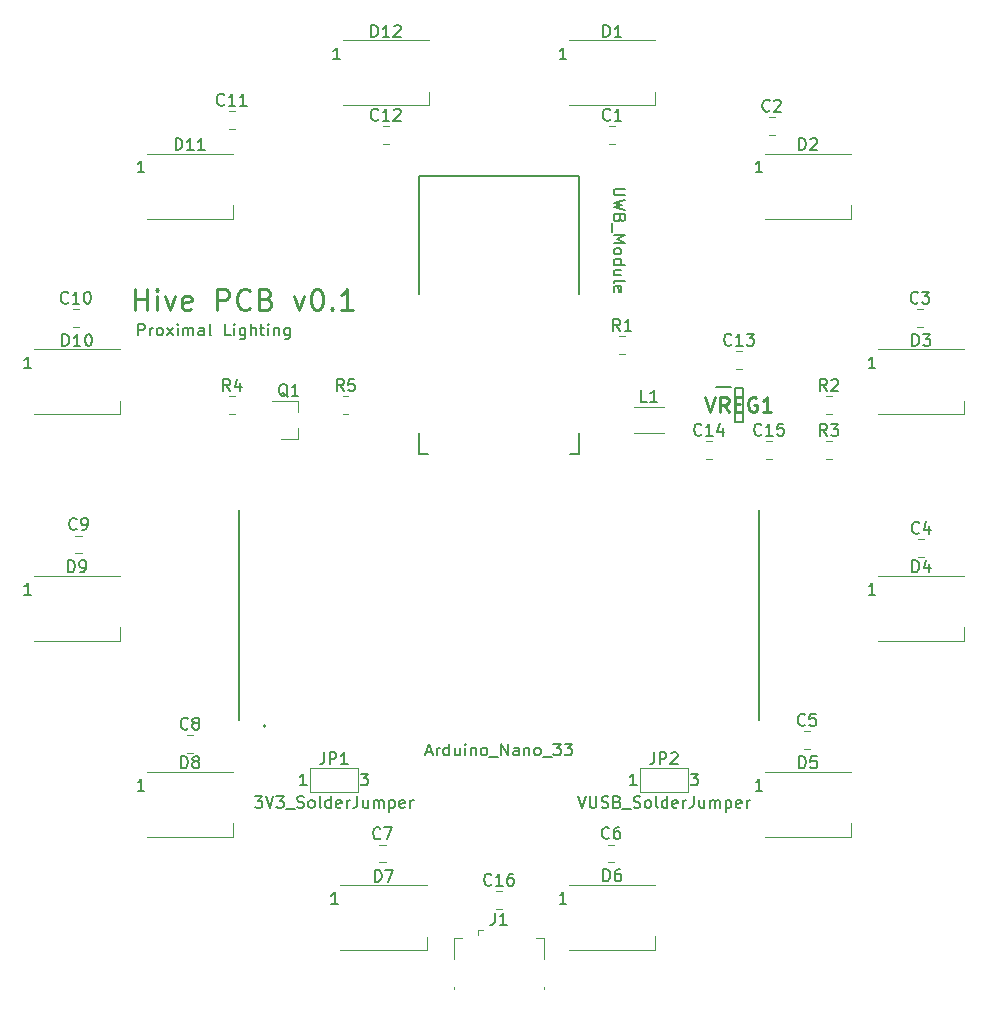
<source format=gbr>
%TF.GenerationSoftware,KiCad,Pcbnew,(5.1.10)-1*%
%TF.CreationDate,2022-01-27T09:42:42-08:00*%
%TF.ProjectId,Hive PCB v0.1,48697665-2050-4434-9220-76302e312e6b,rev?*%
%TF.SameCoordinates,Original*%
%TF.FileFunction,Legend,Top*%
%TF.FilePolarity,Positive*%
%FSLAX46Y46*%
G04 Gerber Fmt 4.6, Leading zero omitted, Abs format (unit mm)*
G04 Created by KiCad (PCBNEW (5.1.10)-1) date 2022-01-27 09:42:42*
%MOMM*%
%LPD*%
G01*
G04 APERTURE LIST*
%ADD10C,0.150000*%
%ADD11C,0.254000*%
%ADD12C,0.120000*%
%ADD13C,0.200000*%
%ADD14C,0.127000*%
G04 APERTURE END LIST*
D10*
X109165238Y-88082380D02*
X109165238Y-87082380D01*
X109546190Y-87082380D01*
X109641428Y-87130000D01*
X109689047Y-87177619D01*
X109736666Y-87272857D01*
X109736666Y-87415714D01*
X109689047Y-87510952D01*
X109641428Y-87558571D01*
X109546190Y-87606190D01*
X109165238Y-87606190D01*
X110165238Y-88082380D02*
X110165238Y-87415714D01*
X110165238Y-87606190D02*
X110212857Y-87510952D01*
X110260476Y-87463333D01*
X110355714Y-87415714D01*
X110450952Y-87415714D01*
X110927142Y-88082380D02*
X110831904Y-88034761D01*
X110784285Y-87987142D01*
X110736666Y-87891904D01*
X110736666Y-87606190D01*
X110784285Y-87510952D01*
X110831904Y-87463333D01*
X110927142Y-87415714D01*
X111070000Y-87415714D01*
X111165238Y-87463333D01*
X111212857Y-87510952D01*
X111260476Y-87606190D01*
X111260476Y-87891904D01*
X111212857Y-87987142D01*
X111165238Y-88034761D01*
X111070000Y-88082380D01*
X110927142Y-88082380D01*
X111593809Y-88082380D02*
X112117619Y-87415714D01*
X111593809Y-87415714D02*
X112117619Y-88082380D01*
X112498571Y-88082380D02*
X112498571Y-87415714D01*
X112498571Y-87082380D02*
X112450952Y-87130000D01*
X112498571Y-87177619D01*
X112546190Y-87130000D01*
X112498571Y-87082380D01*
X112498571Y-87177619D01*
X112974761Y-88082380D02*
X112974761Y-87415714D01*
X112974761Y-87510952D02*
X113022380Y-87463333D01*
X113117619Y-87415714D01*
X113260476Y-87415714D01*
X113355714Y-87463333D01*
X113403333Y-87558571D01*
X113403333Y-88082380D01*
X113403333Y-87558571D02*
X113450952Y-87463333D01*
X113546190Y-87415714D01*
X113689047Y-87415714D01*
X113784285Y-87463333D01*
X113831904Y-87558571D01*
X113831904Y-88082380D01*
X114736666Y-88082380D02*
X114736666Y-87558571D01*
X114689047Y-87463333D01*
X114593809Y-87415714D01*
X114403333Y-87415714D01*
X114308095Y-87463333D01*
X114736666Y-88034761D02*
X114641428Y-88082380D01*
X114403333Y-88082380D01*
X114308095Y-88034761D01*
X114260476Y-87939523D01*
X114260476Y-87844285D01*
X114308095Y-87749047D01*
X114403333Y-87701428D01*
X114641428Y-87701428D01*
X114736666Y-87653809D01*
X115355714Y-88082380D02*
X115260476Y-88034761D01*
X115212857Y-87939523D01*
X115212857Y-87082380D01*
X116974761Y-88082380D02*
X116498571Y-88082380D01*
X116498571Y-87082380D01*
X117308095Y-88082380D02*
X117308095Y-87415714D01*
X117308095Y-87082380D02*
X117260476Y-87130000D01*
X117308095Y-87177619D01*
X117355714Y-87130000D01*
X117308095Y-87082380D01*
X117308095Y-87177619D01*
X118212857Y-87415714D02*
X118212857Y-88225238D01*
X118165238Y-88320476D01*
X118117619Y-88368095D01*
X118022380Y-88415714D01*
X117879523Y-88415714D01*
X117784285Y-88368095D01*
X118212857Y-88034761D02*
X118117619Y-88082380D01*
X117927142Y-88082380D01*
X117831904Y-88034761D01*
X117784285Y-87987142D01*
X117736666Y-87891904D01*
X117736666Y-87606190D01*
X117784285Y-87510952D01*
X117831904Y-87463333D01*
X117927142Y-87415714D01*
X118117619Y-87415714D01*
X118212857Y-87463333D01*
X118689047Y-88082380D02*
X118689047Y-87082380D01*
X119117619Y-88082380D02*
X119117619Y-87558571D01*
X119070000Y-87463333D01*
X118974761Y-87415714D01*
X118831904Y-87415714D01*
X118736666Y-87463333D01*
X118689047Y-87510952D01*
X119450952Y-87415714D02*
X119831904Y-87415714D01*
X119593809Y-87082380D02*
X119593809Y-87939523D01*
X119641428Y-88034761D01*
X119736666Y-88082380D01*
X119831904Y-88082380D01*
X120165238Y-88082380D02*
X120165238Y-87415714D01*
X120165238Y-87082380D02*
X120117619Y-87130000D01*
X120165238Y-87177619D01*
X120212857Y-87130000D01*
X120165238Y-87082380D01*
X120165238Y-87177619D01*
X120641428Y-87415714D02*
X120641428Y-88082380D01*
X120641428Y-87510952D02*
X120689047Y-87463333D01*
X120784285Y-87415714D01*
X120927142Y-87415714D01*
X121022380Y-87463333D01*
X121070000Y-87558571D01*
X121070000Y-88082380D01*
X121974761Y-87415714D02*
X121974761Y-88225238D01*
X121927142Y-88320476D01*
X121879523Y-88368095D01*
X121784285Y-88415714D01*
X121641428Y-88415714D01*
X121546190Y-88368095D01*
X121974761Y-88034761D02*
X121879523Y-88082380D01*
X121689047Y-88082380D01*
X121593809Y-88034761D01*
X121546190Y-87987142D01*
X121498571Y-87891904D01*
X121498571Y-87606190D01*
X121546190Y-87510952D01*
X121593809Y-87463333D01*
X121689047Y-87415714D01*
X121879523Y-87415714D01*
X121974761Y-87463333D01*
D11*
X108923666Y-85894333D02*
X108923666Y-84116333D01*
X108923666Y-84963000D02*
X109939666Y-84963000D01*
X109939666Y-85894333D02*
X109939666Y-84116333D01*
X110786333Y-85894333D02*
X110786333Y-84709000D01*
X110786333Y-84116333D02*
X110701666Y-84201000D01*
X110786333Y-84285666D01*
X110871000Y-84201000D01*
X110786333Y-84116333D01*
X110786333Y-84285666D01*
X111463666Y-84709000D02*
X111887000Y-85894333D01*
X112310333Y-84709000D01*
X113665000Y-85809666D02*
X113495666Y-85894333D01*
X113157000Y-85894333D01*
X112987666Y-85809666D01*
X112903000Y-85640333D01*
X112903000Y-84963000D01*
X112987666Y-84793666D01*
X113157000Y-84709000D01*
X113495666Y-84709000D01*
X113665000Y-84793666D01*
X113749666Y-84963000D01*
X113749666Y-85132333D01*
X112903000Y-85301666D01*
X115866333Y-85894333D02*
X115866333Y-84116333D01*
X116543666Y-84116333D01*
X116713000Y-84201000D01*
X116797666Y-84285666D01*
X116882333Y-84455000D01*
X116882333Y-84709000D01*
X116797666Y-84878333D01*
X116713000Y-84963000D01*
X116543666Y-85047666D01*
X115866333Y-85047666D01*
X118660333Y-85725000D02*
X118575666Y-85809666D01*
X118321666Y-85894333D01*
X118152333Y-85894333D01*
X117898333Y-85809666D01*
X117729000Y-85640333D01*
X117644333Y-85471000D01*
X117559666Y-85132333D01*
X117559666Y-84878333D01*
X117644333Y-84539666D01*
X117729000Y-84370333D01*
X117898333Y-84201000D01*
X118152333Y-84116333D01*
X118321666Y-84116333D01*
X118575666Y-84201000D01*
X118660333Y-84285666D01*
X120015000Y-84963000D02*
X120269000Y-85047666D01*
X120353666Y-85132333D01*
X120438333Y-85301666D01*
X120438333Y-85555666D01*
X120353666Y-85725000D01*
X120269000Y-85809666D01*
X120099666Y-85894333D01*
X119422333Y-85894333D01*
X119422333Y-84116333D01*
X120015000Y-84116333D01*
X120184333Y-84201000D01*
X120269000Y-84285666D01*
X120353666Y-84455000D01*
X120353666Y-84624333D01*
X120269000Y-84793666D01*
X120184333Y-84878333D01*
X120015000Y-84963000D01*
X119422333Y-84963000D01*
X122385666Y-84709000D02*
X122809000Y-85894333D01*
X123232333Y-84709000D01*
X124248333Y-84116333D02*
X124417666Y-84116333D01*
X124587000Y-84201000D01*
X124671666Y-84285666D01*
X124756333Y-84455000D01*
X124841000Y-84793666D01*
X124841000Y-85217000D01*
X124756333Y-85555666D01*
X124671666Y-85725000D01*
X124587000Y-85809666D01*
X124417666Y-85894333D01*
X124248333Y-85894333D01*
X124079000Y-85809666D01*
X123994333Y-85725000D01*
X123909666Y-85555666D01*
X123825000Y-85217000D01*
X123825000Y-84793666D01*
X123909666Y-84455000D01*
X123994333Y-84285666D01*
X124079000Y-84201000D01*
X124248333Y-84116333D01*
X125603000Y-85725000D02*
X125687666Y-85809666D01*
X125603000Y-85894333D01*
X125518333Y-85809666D01*
X125603000Y-85725000D01*
X125603000Y-85894333D01*
X127381000Y-85894333D02*
X126365000Y-85894333D01*
X126873000Y-85894333D02*
X126873000Y-84116333D01*
X126703666Y-84370333D01*
X126534333Y-84539666D01*
X126365000Y-84624333D01*
D10*
%TO.C,UWB_Module*%
X132950000Y-74610000D02*
X132950000Y-84610000D01*
X146450000Y-74610000D02*
X146450000Y-84610000D01*
X132950000Y-74610000D02*
X146450000Y-74610000D01*
X146450000Y-98110000D02*
X146450000Y-96360000D01*
X145700000Y-98110000D02*
X146450000Y-98110000D01*
X132950000Y-98110000D02*
X132950000Y-96360000D01*
X133700000Y-98110000D02*
X132950000Y-98110000D01*
D12*
%TO.C,JP2*%
X151620000Y-124730000D02*
X155720000Y-124730000D01*
X155720000Y-124730000D02*
X155720000Y-126730000D01*
X155720000Y-126730000D02*
X151620000Y-126730000D01*
X151620000Y-126730000D02*
X151620000Y-124730000D01*
%TO.C,JP1*%
X123680000Y-124730000D02*
X127780000Y-124730000D01*
X127780000Y-124730000D02*
X127780000Y-126730000D01*
X127780000Y-126730000D02*
X123680000Y-126730000D01*
X123680000Y-126730000D02*
X123680000Y-124730000D01*
D13*
%TO.C,Arduino_Nano_33*%
X119970000Y-121160000D02*
G75*
G03*
X119970000Y-121160000I-100000J0D01*
G01*
D14*
X117700000Y-102870000D02*
X117700000Y-120650000D01*
X161700000Y-120650000D02*
X161700000Y-102870000D01*
D12*
%TO.C,C1*%
X149015052Y-70385000D02*
X149537556Y-70385000D01*
X149015052Y-71855000D02*
X149537556Y-71855000D01*
%TO.C,C2*%
X162531248Y-69622050D02*
X163053752Y-69622050D01*
X162531248Y-71092050D02*
X163053752Y-71092050D01*
%TO.C,C3*%
X175088003Y-87348696D02*
X175610507Y-87348696D01*
X175088003Y-85878696D02*
X175610507Y-85878696D01*
%TO.C,C4*%
X175178003Y-105361304D02*
X175700507Y-105361304D01*
X175178003Y-106831304D02*
X175700507Y-106831304D01*
%TO.C,C5*%
X165511698Y-123087950D02*
X166034202Y-123087950D01*
X165511698Y-121617950D02*
X166034202Y-121617950D01*
%TO.C,C6*%
X148925052Y-131194255D02*
X149447556Y-131194255D01*
X148925052Y-132664255D02*
X149447556Y-132664255D01*
%TO.C,C7*%
X129577123Y-131231328D02*
X130099627Y-131231328D01*
X129577123Y-132701328D02*
X130099627Y-132701328D01*
%TO.C,C8*%
X113275798Y-123417950D02*
X113798302Y-123417950D01*
X113275798Y-121947950D02*
X113798302Y-121947950D01*
%TO.C,C9*%
X103841993Y-106501304D02*
X104364497Y-106501304D01*
X103841993Y-105031304D02*
X104364497Y-105031304D01*
%TO.C,C10*%
X103609493Y-85878696D02*
X104131997Y-85878696D01*
X103609493Y-87348696D02*
X104131997Y-87348696D01*
%TO.C,C11*%
X116811248Y-70585000D02*
X117333752Y-70585000D01*
X116811248Y-69115000D02*
X117333752Y-69115000D01*
%TO.C,C12*%
X129862444Y-70385000D02*
X130384948Y-70385000D01*
X129862444Y-71855000D02*
X130384948Y-71855000D01*
%TO.C,C13*%
X159758748Y-89435000D02*
X160281252Y-89435000D01*
X159758748Y-90905000D02*
X160281252Y-90905000D01*
%TO.C,C14*%
X157218748Y-97055000D02*
X157741252Y-97055000D01*
X157218748Y-98525000D02*
X157741252Y-98525000D01*
%TO.C,C15*%
X162298748Y-97055000D02*
X162821252Y-97055000D01*
X162298748Y-98525000D02*
X162821252Y-98525000D01*
%TO.C,C16*%
X139438748Y-136625000D02*
X139961252Y-136625000D01*
X139438748Y-135155000D02*
X139961252Y-135155000D01*
%TO.C,D1*%
X152926304Y-68610745D02*
X152926304Y-67460745D01*
X145626304Y-68610745D02*
X152926304Y-68610745D01*
X145626304Y-63110745D02*
X152926304Y-63110745D01*
%TO.C,D2*%
X162212950Y-72687050D02*
X169512950Y-72687050D01*
X162212950Y-78187050D02*
X169512950Y-78187050D01*
X169512950Y-78187050D02*
X169512950Y-77037050D01*
%TO.C,D3*%
X179089255Y-94773696D02*
X179089255Y-93623696D01*
X171789255Y-94773696D02*
X179089255Y-94773696D01*
X171789255Y-89273696D02*
X179089255Y-89273696D01*
%TO.C,D4*%
X171789255Y-108426304D02*
X179089255Y-108426304D01*
X171789255Y-113926304D02*
X179089255Y-113926304D01*
X179089255Y-113926304D02*
X179089255Y-112776304D01*
%TO.C,D5*%
X169512950Y-130512950D02*
X169512950Y-129362950D01*
X162212950Y-130512950D02*
X169512950Y-130512950D01*
X162212950Y-125012950D02*
X169512950Y-125012950D01*
%TO.C,D6*%
X145626304Y-134589255D02*
X152926304Y-134589255D01*
X145626304Y-140089255D02*
X152926304Y-140089255D01*
X152926304Y-140089255D02*
X152926304Y-138939255D01*
%TO.C,D7*%
X126278375Y-134626328D02*
X133578375Y-134626328D01*
X126278375Y-140126328D02*
X133578375Y-140126328D01*
X133578375Y-140126328D02*
X133578375Y-138976328D01*
%TO.C,D8*%
X117187050Y-130512950D02*
X117187050Y-129362950D01*
X109887050Y-130512950D02*
X117187050Y-130512950D01*
X109887050Y-125012950D02*
X117187050Y-125012950D01*
%TO.C,D9*%
X100310745Y-108426304D02*
X107610745Y-108426304D01*
X100310745Y-113926304D02*
X107610745Y-113926304D01*
X107610745Y-113926304D02*
X107610745Y-112776304D01*
%TO.C,D10*%
X100310745Y-89273696D02*
X107610745Y-89273696D01*
X100310745Y-94773696D02*
X107610745Y-94773696D01*
X107610745Y-94773696D02*
X107610745Y-93623696D01*
%TO.C,D11*%
X117187050Y-78187050D02*
X117187050Y-77037050D01*
X109887050Y-78187050D02*
X117187050Y-78187050D01*
X109887050Y-72687050D02*
X117187050Y-72687050D01*
%TO.C,D12*%
X126473696Y-63110745D02*
X133773696Y-63110745D01*
X126473696Y-68610745D02*
X133773696Y-68610745D01*
X133773696Y-68610745D02*
X133773696Y-67460745D01*
%TO.C,J1*%
X137940000Y-138433000D02*
X137940000Y-138823000D01*
X137940000Y-138433000D02*
X138390000Y-138433000D01*
X143510000Y-139133000D02*
X142860000Y-139133000D01*
X143510000Y-140863000D02*
X143510000Y-139133000D01*
X135890000Y-143433000D02*
X135890000Y-143223000D01*
X143510000Y-143433000D02*
X143510000Y-143223000D01*
X135890000Y-140863000D02*
X135890000Y-139133000D01*
X135890000Y-139133000D02*
X136550000Y-139133000D01*
%TO.C,L1*%
X151150000Y-94140000D02*
X153650000Y-94140000D01*
X153650000Y-96360000D02*
X151150000Y-96360000D01*
%TO.C,Q1*%
X122680000Y-96830000D02*
X121220000Y-96830000D01*
X122680000Y-93670000D02*
X120520000Y-93670000D01*
X122680000Y-93670000D02*
X122680000Y-94600000D01*
X122680000Y-96830000D02*
X122680000Y-95900000D01*
%TO.C,R1*%
X149902936Y-89635000D02*
X150357064Y-89635000D01*
X149902936Y-88165000D02*
X150357064Y-88165000D01*
%TO.C,R2*%
X167412936Y-93245000D02*
X167867064Y-93245000D01*
X167412936Y-94715000D02*
X167867064Y-94715000D01*
%TO.C,R3*%
X167412936Y-98525000D02*
X167867064Y-98525000D01*
X167412936Y-97055000D02*
X167867064Y-97055000D01*
%TO.C,R4*%
X116882936Y-94715000D02*
X117337064Y-94715000D01*
X116882936Y-93245000D02*
X117337064Y-93245000D01*
%TO.C,R5*%
X126502936Y-93245000D02*
X126957064Y-93245000D01*
X126502936Y-94715000D02*
X126957064Y-94715000D01*
D13*
%TO.C,VREG1*%
X159670000Y-92505000D02*
X160370000Y-92505000D01*
X160370000Y-92505000D02*
X160370000Y-95455000D01*
X160370000Y-95455000D02*
X159670000Y-95455000D01*
X159670000Y-95455000D02*
X159670000Y-92505000D01*
X158120000Y-92480000D02*
X159320000Y-92480000D01*
%TO.C,UWB_Module*%
D10*
X150407619Y-75652857D02*
X149598095Y-75652857D01*
X149502857Y-75700476D01*
X149455238Y-75748095D01*
X149407619Y-75843333D01*
X149407619Y-76033809D01*
X149455238Y-76129047D01*
X149502857Y-76176666D01*
X149598095Y-76224285D01*
X150407619Y-76224285D01*
X150407619Y-76605238D02*
X149407619Y-76843333D01*
X150121904Y-77033809D01*
X149407619Y-77224285D01*
X150407619Y-77462380D01*
X149931428Y-78176666D02*
X149883809Y-78319523D01*
X149836190Y-78367142D01*
X149740952Y-78414761D01*
X149598095Y-78414761D01*
X149502857Y-78367142D01*
X149455238Y-78319523D01*
X149407619Y-78224285D01*
X149407619Y-77843333D01*
X150407619Y-77843333D01*
X150407619Y-78176666D01*
X150360000Y-78271904D01*
X150312380Y-78319523D01*
X150217142Y-78367142D01*
X150121904Y-78367142D01*
X150026666Y-78319523D01*
X149979047Y-78271904D01*
X149931428Y-78176666D01*
X149931428Y-77843333D01*
X149312380Y-78605238D02*
X149312380Y-79367142D01*
X149407619Y-79605238D02*
X150407619Y-79605238D01*
X149693333Y-79938571D01*
X150407619Y-80271904D01*
X149407619Y-80271904D01*
X149407619Y-80890952D02*
X149455238Y-80795714D01*
X149502857Y-80748095D01*
X149598095Y-80700476D01*
X149883809Y-80700476D01*
X149979047Y-80748095D01*
X150026666Y-80795714D01*
X150074285Y-80890952D01*
X150074285Y-81033809D01*
X150026666Y-81129047D01*
X149979047Y-81176666D01*
X149883809Y-81224285D01*
X149598095Y-81224285D01*
X149502857Y-81176666D01*
X149455238Y-81129047D01*
X149407619Y-81033809D01*
X149407619Y-80890952D01*
X149407619Y-82081428D02*
X150407619Y-82081428D01*
X149455238Y-82081428D02*
X149407619Y-81986190D01*
X149407619Y-81795714D01*
X149455238Y-81700476D01*
X149502857Y-81652857D01*
X149598095Y-81605238D01*
X149883809Y-81605238D01*
X149979047Y-81652857D01*
X150026666Y-81700476D01*
X150074285Y-81795714D01*
X150074285Y-81986190D01*
X150026666Y-82081428D01*
X150074285Y-82986190D02*
X149407619Y-82986190D01*
X150074285Y-82557619D02*
X149550476Y-82557619D01*
X149455238Y-82605238D01*
X149407619Y-82700476D01*
X149407619Y-82843333D01*
X149455238Y-82938571D01*
X149502857Y-82986190D01*
X149407619Y-83605238D02*
X149455238Y-83510000D01*
X149550476Y-83462380D01*
X150407619Y-83462380D01*
X149455238Y-84367142D02*
X149407619Y-84271904D01*
X149407619Y-84081428D01*
X149455238Y-83986190D01*
X149550476Y-83938571D01*
X149931428Y-83938571D01*
X150026666Y-83986190D01*
X150074285Y-84081428D01*
X150074285Y-84271904D01*
X150026666Y-84367142D01*
X149931428Y-84414761D01*
X149836190Y-84414761D01*
X149740952Y-83938571D01*
%TO.C,JP2*%
X152836666Y-123382380D02*
X152836666Y-124096666D01*
X152789047Y-124239523D01*
X152693809Y-124334761D01*
X152550952Y-124382380D01*
X152455714Y-124382380D01*
X153312857Y-124382380D02*
X153312857Y-123382380D01*
X153693809Y-123382380D01*
X153789047Y-123430000D01*
X153836666Y-123477619D01*
X153884285Y-123572857D01*
X153884285Y-123715714D01*
X153836666Y-123810952D01*
X153789047Y-123858571D01*
X153693809Y-123906190D01*
X153312857Y-123906190D01*
X154265238Y-123477619D02*
X154312857Y-123430000D01*
X154408095Y-123382380D01*
X154646190Y-123382380D01*
X154741428Y-123430000D01*
X154789047Y-123477619D01*
X154836666Y-123572857D01*
X154836666Y-123668095D01*
X154789047Y-123810952D01*
X154217619Y-124382380D01*
X154836666Y-124382380D01*
X146384285Y-127082380D02*
X146717619Y-128082380D01*
X147050952Y-127082380D01*
X147384285Y-127082380D02*
X147384285Y-127891904D01*
X147431904Y-127987142D01*
X147479523Y-128034761D01*
X147574761Y-128082380D01*
X147765238Y-128082380D01*
X147860476Y-128034761D01*
X147908095Y-127987142D01*
X147955714Y-127891904D01*
X147955714Y-127082380D01*
X148384285Y-128034761D02*
X148527142Y-128082380D01*
X148765238Y-128082380D01*
X148860476Y-128034761D01*
X148908095Y-127987142D01*
X148955714Y-127891904D01*
X148955714Y-127796666D01*
X148908095Y-127701428D01*
X148860476Y-127653809D01*
X148765238Y-127606190D01*
X148574761Y-127558571D01*
X148479523Y-127510952D01*
X148431904Y-127463333D01*
X148384285Y-127368095D01*
X148384285Y-127272857D01*
X148431904Y-127177619D01*
X148479523Y-127130000D01*
X148574761Y-127082380D01*
X148812857Y-127082380D01*
X148955714Y-127130000D01*
X149717619Y-127558571D02*
X149860476Y-127606190D01*
X149908095Y-127653809D01*
X149955714Y-127749047D01*
X149955714Y-127891904D01*
X149908095Y-127987142D01*
X149860476Y-128034761D01*
X149765238Y-128082380D01*
X149384285Y-128082380D01*
X149384285Y-127082380D01*
X149717619Y-127082380D01*
X149812857Y-127130000D01*
X149860476Y-127177619D01*
X149908095Y-127272857D01*
X149908095Y-127368095D01*
X149860476Y-127463333D01*
X149812857Y-127510952D01*
X149717619Y-127558571D01*
X149384285Y-127558571D01*
X150146190Y-128177619D02*
X150908095Y-128177619D01*
X151098571Y-128034761D02*
X151241428Y-128082380D01*
X151479523Y-128082380D01*
X151574761Y-128034761D01*
X151622380Y-127987142D01*
X151670000Y-127891904D01*
X151670000Y-127796666D01*
X151622380Y-127701428D01*
X151574761Y-127653809D01*
X151479523Y-127606190D01*
X151289047Y-127558571D01*
X151193809Y-127510952D01*
X151146190Y-127463333D01*
X151098571Y-127368095D01*
X151098571Y-127272857D01*
X151146190Y-127177619D01*
X151193809Y-127130000D01*
X151289047Y-127082380D01*
X151527142Y-127082380D01*
X151670000Y-127130000D01*
X152241428Y-128082380D02*
X152146190Y-128034761D01*
X152098571Y-127987142D01*
X152050952Y-127891904D01*
X152050952Y-127606190D01*
X152098571Y-127510952D01*
X152146190Y-127463333D01*
X152241428Y-127415714D01*
X152384285Y-127415714D01*
X152479523Y-127463333D01*
X152527142Y-127510952D01*
X152574761Y-127606190D01*
X152574761Y-127891904D01*
X152527142Y-127987142D01*
X152479523Y-128034761D01*
X152384285Y-128082380D01*
X152241428Y-128082380D01*
X153146190Y-128082380D02*
X153050952Y-128034761D01*
X153003333Y-127939523D01*
X153003333Y-127082380D01*
X153955714Y-128082380D02*
X153955714Y-127082380D01*
X153955714Y-128034761D02*
X153860476Y-128082380D01*
X153670000Y-128082380D01*
X153574761Y-128034761D01*
X153527142Y-127987142D01*
X153479523Y-127891904D01*
X153479523Y-127606190D01*
X153527142Y-127510952D01*
X153574761Y-127463333D01*
X153670000Y-127415714D01*
X153860476Y-127415714D01*
X153955714Y-127463333D01*
X154812857Y-128034761D02*
X154717619Y-128082380D01*
X154527142Y-128082380D01*
X154431904Y-128034761D01*
X154384285Y-127939523D01*
X154384285Y-127558571D01*
X154431904Y-127463333D01*
X154527142Y-127415714D01*
X154717619Y-127415714D01*
X154812857Y-127463333D01*
X154860476Y-127558571D01*
X154860476Y-127653809D01*
X154384285Y-127749047D01*
X155289047Y-128082380D02*
X155289047Y-127415714D01*
X155289047Y-127606190D02*
X155336666Y-127510952D01*
X155384285Y-127463333D01*
X155479523Y-127415714D01*
X155574761Y-127415714D01*
X156193809Y-127082380D02*
X156193809Y-127796666D01*
X156146190Y-127939523D01*
X156050952Y-128034761D01*
X155908095Y-128082380D01*
X155812857Y-128082380D01*
X157098571Y-127415714D02*
X157098571Y-128082380D01*
X156670000Y-127415714D02*
X156670000Y-127939523D01*
X156717619Y-128034761D01*
X156812857Y-128082380D01*
X156955714Y-128082380D01*
X157050952Y-128034761D01*
X157098571Y-127987142D01*
X157574761Y-128082380D02*
X157574761Y-127415714D01*
X157574761Y-127510952D02*
X157622380Y-127463333D01*
X157717619Y-127415714D01*
X157860476Y-127415714D01*
X157955714Y-127463333D01*
X158003333Y-127558571D01*
X158003333Y-128082380D01*
X158003333Y-127558571D02*
X158050952Y-127463333D01*
X158146190Y-127415714D01*
X158289047Y-127415714D01*
X158384285Y-127463333D01*
X158431904Y-127558571D01*
X158431904Y-128082380D01*
X158908095Y-127415714D02*
X158908095Y-128415714D01*
X158908095Y-127463333D02*
X159003333Y-127415714D01*
X159193809Y-127415714D01*
X159289047Y-127463333D01*
X159336666Y-127510952D01*
X159384285Y-127606190D01*
X159384285Y-127891904D01*
X159336666Y-127987142D01*
X159289047Y-128034761D01*
X159193809Y-128082380D01*
X159003333Y-128082380D01*
X158908095Y-128034761D01*
X160193809Y-128034761D02*
X160098571Y-128082380D01*
X159908095Y-128082380D01*
X159812857Y-128034761D01*
X159765238Y-127939523D01*
X159765238Y-127558571D01*
X159812857Y-127463333D01*
X159908095Y-127415714D01*
X160098571Y-127415714D01*
X160193809Y-127463333D01*
X160241428Y-127558571D01*
X160241428Y-127653809D01*
X159765238Y-127749047D01*
X160670000Y-128082380D02*
X160670000Y-127415714D01*
X160670000Y-127606190D02*
X160717619Y-127510952D01*
X160765238Y-127463333D01*
X160860476Y-127415714D01*
X160955714Y-127415714D01*
X151355714Y-126182380D02*
X150784285Y-126182380D01*
X151070000Y-126182380D02*
X151070000Y-125182380D01*
X150974761Y-125325238D01*
X150879523Y-125420476D01*
X150784285Y-125468095D01*
X155936666Y-125182380D02*
X156555714Y-125182380D01*
X156222380Y-125563333D01*
X156365238Y-125563333D01*
X156460476Y-125610952D01*
X156508095Y-125658571D01*
X156555714Y-125753809D01*
X156555714Y-125991904D01*
X156508095Y-126087142D01*
X156460476Y-126134761D01*
X156365238Y-126182380D01*
X156079523Y-126182380D01*
X155984285Y-126134761D01*
X155936666Y-126087142D01*
%TO.C,JP1*%
X124896666Y-123382380D02*
X124896666Y-124096666D01*
X124849047Y-124239523D01*
X124753809Y-124334761D01*
X124610952Y-124382380D01*
X124515714Y-124382380D01*
X125372857Y-124382380D02*
X125372857Y-123382380D01*
X125753809Y-123382380D01*
X125849047Y-123430000D01*
X125896666Y-123477619D01*
X125944285Y-123572857D01*
X125944285Y-123715714D01*
X125896666Y-123810952D01*
X125849047Y-123858571D01*
X125753809Y-123906190D01*
X125372857Y-123906190D01*
X126896666Y-124382380D02*
X126325238Y-124382380D01*
X126610952Y-124382380D02*
X126610952Y-123382380D01*
X126515714Y-123525238D01*
X126420476Y-123620476D01*
X126325238Y-123668095D01*
X119039523Y-127082380D02*
X119658571Y-127082380D01*
X119325238Y-127463333D01*
X119468095Y-127463333D01*
X119563333Y-127510952D01*
X119610952Y-127558571D01*
X119658571Y-127653809D01*
X119658571Y-127891904D01*
X119610952Y-127987142D01*
X119563333Y-128034761D01*
X119468095Y-128082380D01*
X119182380Y-128082380D01*
X119087142Y-128034761D01*
X119039523Y-127987142D01*
X119944285Y-127082380D02*
X120277619Y-128082380D01*
X120610952Y-127082380D01*
X120849047Y-127082380D02*
X121468095Y-127082380D01*
X121134761Y-127463333D01*
X121277619Y-127463333D01*
X121372857Y-127510952D01*
X121420476Y-127558571D01*
X121468095Y-127653809D01*
X121468095Y-127891904D01*
X121420476Y-127987142D01*
X121372857Y-128034761D01*
X121277619Y-128082380D01*
X120991904Y-128082380D01*
X120896666Y-128034761D01*
X120849047Y-127987142D01*
X121658571Y-128177619D02*
X122420476Y-128177619D01*
X122610952Y-128034761D02*
X122753809Y-128082380D01*
X122991904Y-128082380D01*
X123087142Y-128034761D01*
X123134761Y-127987142D01*
X123182380Y-127891904D01*
X123182380Y-127796666D01*
X123134761Y-127701428D01*
X123087142Y-127653809D01*
X122991904Y-127606190D01*
X122801428Y-127558571D01*
X122706190Y-127510952D01*
X122658571Y-127463333D01*
X122610952Y-127368095D01*
X122610952Y-127272857D01*
X122658571Y-127177619D01*
X122706190Y-127130000D01*
X122801428Y-127082380D01*
X123039523Y-127082380D01*
X123182380Y-127130000D01*
X123753809Y-128082380D02*
X123658571Y-128034761D01*
X123610952Y-127987142D01*
X123563333Y-127891904D01*
X123563333Y-127606190D01*
X123610952Y-127510952D01*
X123658571Y-127463333D01*
X123753809Y-127415714D01*
X123896666Y-127415714D01*
X123991904Y-127463333D01*
X124039523Y-127510952D01*
X124087142Y-127606190D01*
X124087142Y-127891904D01*
X124039523Y-127987142D01*
X123991904Y-128034761D01*
X123896666Y-128082380D01*
X123753809Y-128082380D01*
X124658571Y-128082380D02*
X124563333Y-128034761D01*
X124515714Y-127939523D01*
X124515714Y-127082380D01*
X125468095Y-128082380D02*
X125468095Y-127082380D01*
X125468095Y-128034761D02*
X125372857Y-128082380D01*
X125182380Y-128082380D01*
X125087142Y-128034761D01*
X125039523Y-127987142D01*
X124991904Y-127891904D01*
X124991904Y-127606190D01*
X125039523Y-127510952D01*
X125087142Y-127463333D01*
X125182380Y-127415714D01*
X125372857Y-127415714D01*
X125468095Y-127463333D01*
X126325238Y-128034761D02*
X126230000Y-128082380D01*
X126039523Y-128082380D01*
X125944285Y-128034761D01*
X125896666Y-127939523D01*
X125896666Y-127558571D01*
X125944285Y-127463333D01*
X126039523Y-127415714D01*
X126230000Y-127415714D01*
X126325238Y-127463333D01*
X126372857Y-127558571D01*
X126372857Y-127653809D01*
X125896666Y-127749047D01*
X126801428Y-128082380D02*
X126801428Y-127415714D01*
X126801428Y-127606190D02*
X126849047Y-127510952D01*
X126896666Y-127463333D01*
X126991904Y-127415714D01*
X127087142Y-127415714D01*
X127706190Y-127082380D02*
X127706190Y-127796666D01*
X127658571Y-127939523D01*
X127563333Y-128034761D01*
X127420476Y-128082380D01*
X127325238Y-128082380D01*
X128610952Y-127415714D02*
X128610952Y-128082380D01*
X128182380Y-127415714D02*
X128182380Y-127939523D01*
X128230000Y-128034761D01*
X128325238Y-128082380D01*
X128468095Y-128082380D01*
X128563333Y-128034761D01*
X128610952Y-127987142D01*
X129087142Y-128082380D02*
X129087142Y-127415714D01*
X129087142Y-127510952D02*
X129134761Y-127463333D01*
X129230000Y-127415714D01*
X129372857Y-127415714D01*
X129468095Y-127463333D01*
X129515714Y-127558571D01*
X129515714Y-128082380D01*
X129515714Y-127558571D02*
X129563333Y-127463333D01*
X129658571Y-127415714D01*
X129801428Y-127415714D01*
X129896666Y-127463333D01*
X129944285Y-127558571D01*
X129944285Y-128082380D01*
X130420476Y-127415714D02*
X130420476Y-128415714D01*
X130420476Y-127463333D02*
X130515714Y-127415714D01*
X130706190Y-127415714D01*
X130801428Y-127463333D01*
X130849047Y-127510952D01*
X130896666Y-127606190D01*
X130896666Y-127891904D01*
X130849047Y-127987142D01*
X130801428Y-128034761D01*
X130706190Y-128082380D01*
X130515714Y-128082380D01*
X130420476Y-128034761D01*
X131706190Y-128034761D02*
X131610952Y-128082380D01*
X131420476Y-128082380D01*
X131325238Y-128034761D01*
X131277619Y-127939523D01*
X131277619Y-127558571D01*
X131325238Y-127463333D01*
X131420476Y-127415714D01*
X131610952Y-127415714D01*
X131706190Y-127463333D01*
X131753809Y-127558571D01*
X131753809Y-127653809D01*
X131277619Y-127749047D01*
X132182380Y-128082380D02*
X132182380Y-127415714D01*
X132182380Y-127606190D02*
X132230000Y-127510952D01*
X132277619Y-127463333D01*
X132372857Y-127415714D01*
X132468095Y-127415714D01*
X123415714Y-126182380D02*
X122844285Y-126182380D01*
X123130000Y-126182380D02*
X123130000Y-125182380D01*
X123034761Y-125325238D01*
X122939523Y-125420476D01*
X122844285Y-125468095D01*
X127996666Y-125182380D02*
X128615714Y-125182380D01*
X128282380Y-125563333D01*
X128425238Y-125563333D01*
X128520476Y-125610952D01*
X128568095Y-125658571D01*
X128615714Y-125753809D01*
X128615714Y-125991904D01*
X128568095Y-126087142D01*
X128520476Y-126134761D01*
X128425238Y-126182380D01*
X128139523Y-126182380D01*
X128044285Y-126134761D01*
X127996666Y-126087142D01*
%TO.C,Arduino_Nano_33*%
X133509523Y-123356666D02*
X133985714Y-123356666D01*
X133414285Y-123642380D02*
X133747619Y-122642380D01*
X134080952Y-123642380D01*
X134414285Y-123642380D02*
X134414285Y-122975714D01*
X134414285Y-123166190D02*
X134461904Y-123070952D01*
X134509523Y-123023333D01*
X134604761Y-122975714D01*
X134700000Y-122975714D01*
X135461904Y-123642380D02*
X135461904Y-122642380D01*
X135461904Y-123594761D02*
X135366666Y-123642380D01*
X135176190Y-123642380D01*
X135080952Y-123594761D01*
X135033333Y-123547142D01*
X134985714Y-123451904D01*
X134985714Y-123166190D01*
X135033333Y-123070952D01*
X135080952Y-123023333D01*
X135176190Y-122975714D01*
X135366666Y-122975714D01*
X135461904Y-123023333D01*
X136366666Y-122975714D02*
X136366666Y-123642380D01*
X135938095Y-122975714D02*
X135938095Y-123499523D01*
X135985714Y-123594761D01*
X136080952Y-123642380D01*
X136223809Y-123642380D01*
X136319047Y-123594761D01*
X136366666Y-123547142D01*
X136842857Y-123642380D02*
X136842857Y-122975714D01*
X136842857Y-122642380D02*
X136795238Y-122690000D01*
X136842857Y-122737619D01*
X136890476Y-122690000D01*
X136842857Y-122642380D01*
X136842857Y-122737619D01*
X137319047Y-122975714D02*
X137319047Y-123642380D01*
X137319047Y-123070952D02*
X137366666Y-123023333D01*
X137461904Y-122975714D01*
X137604761Y-122975714D01*
X137700000Y-123023333D01*
X137747619Y-123118571D01*
X137747619Y-123642380D01*
X138366666Y-123642380D02*
X138271428Y-123594761D01*
X138223809Y-123547142D01*
X138176190Y-123451904D01*
X138176190Y-123166190D01*
X138223809Y-123070952D01*
X138271428Y-123023333D01*
X138366666Y-122975714D01*
X138509523Y-122975714D01*
X138604761Y-123023333D01*
X138652380Y-123070952D01*
X138700000Y-123166190D01*
X138700000Y-123451904D01*
X138652380Y-123547142D01*
X138604761Y-123594761D01*
X138509523Y-123642380D01*
X138366666Y-123642380D01*
X138890476Y-123737619D02*
X139652380Y-123737619D01*
X139890476Y-123642380D02*
X139890476Y-122642380D01*
X140461904Y-123642380D01*
X140461904Y-122642380D01*
X141366666Y-123642380D02*
X141366666Y-123118571D01*
X141319047Y-123023333D01*
X141223809Y-122975714D01*
X141033333Y-122975714D01*
X140938095Y-123023333D01*
X141366666Y-123594761D02*
X141271428Y-123642380D01*
X141033333Y-123642380D01*
X140938095Y-123594761D01*
X140890476Y-123499523D01*
X140890476Y-123404285D01*
X140938095Y-123309047D01*
X141033333Y-123261428D01*
X141271428Y-123261428D01*
X141366666Y-123213809D01*
X141842857Y-122975714D02*
X141842857Y-123642380D01*
X141842857Y-123070952D02*
X141890476Y-123023333D01*
X141985714Y-122975714D01*
X142128571Y-122975714D01*
X142223809Y-123023333D01*
X142271428Y-123118571D01*
X142271428Y-123642380D01*
X142890476Y-123642380D02*
X142795238Y-123594761D01*
X142747619Y-123547142D01*
X142700000Y-123451904D01*
X142700000Y-123166190D01*
X142747619Y-123070952D01*
X142795238Y-123023333D01*
X142890476Y-122975714D01*
X143033333Y-122975714D01*
X143128571Y-123023333D01*
X143176190Y-123070952D01*
X143223809Y-123166190D01*
X143223809Y-123451904D01*
X143176190Y-123547142D01*
X143128571Y-123594761D01*
X143033333Y-123642380D01*
X142890476Y-123642380D01*
X143414285Y-123737619D02*
X144176190Y-123737619D01*
X144319047Y-122642380D02*
X144938095Y-122642380D01*
X144604761Y-123023333D01*
X144747619Y-123023333D01*
X144842857Y-123070952D01*
X144890476Y-123118571D01*
X144938095Y-123213809D01*
X144938095Y-123451904D01*
X144890476Y-123547142D01*
X144842857Y-123594761D01*
X144747619Y-123642380D01*
X144461904Y-123642380D01*
X144366666Y-123594761D01*
X144319047Y-123547142D01*
X145271428Y-122642380D02*
X145890476Y-122642380D01*
X145557142Y-123023333D01*
X145700000Y-123023333D01*
X145795238Y-123070952D01*
X145842857Y-123118571D01*
X145890476Y-123213809D01*
X145890476Y-123451904D01*
X145842857Y-123547142D01*
X145795238Y-123594761D01*
X145700000Y-123642380D01*
X145414285Y-123642380D01*
X145319047Y-123594761D01*
X145271428Y-123547142D01*
%TO.C,C1*%
X149109637Y-69797142D02*
X149062018Y-69844761D01*
X148919161Y-69892380D01*
X148823923Y-69892380D01*
X148681065Y-69844761D01*
X148585827Y-69749523D01*
X148538208Y-69654285D01*
X148490589Y-69463809D01*
X148490589Y-69320952D01*
X148538208Y-69130476D01*
X148585827Y-69035238D01*
X148681065Y-68940000D01*
X148823923Y-68892380D01*
X148919161Y-68892380D01*
X149062018Y-68940000D01*
X149109637Y-68987619D01*
X150062018Y-69892380D02*
X149490589Y-69892380D01*
X149776304Y-69892380D02*
X149776304Y-68892380D01*
X149681065Y-69035238D01*
X149585827Y-69130476D01*
X149490589Y-69178095D01*
%TO.C,C2*%
X162625833Y-69034192D02*
X162578214Y-69081811D01*
X162435357Y-69129430D01*
X162340119Y-69129430D01*
X162197261Y-69081811D01*
X162102023Y-68986573D01*
X162054404Y-68891335D01*
X162006785Y-68700859D01*
X162006785Y-68558002D01*
X162054404Y-68367526D01*
X162102023Y-68272288D01*
X162197261Y-68177050D01*
X162340119Y-68129430D01*
X162435357Y-68129430D01*
X162578214Y-68177050D01*
X162625833Y-68224669D01*
X163006785Y-68224669D02*
X163054404Y-68177050D01*
X163149642Y-68129430D01*
X163387738Y-68129430D01*
X163482976Y-68177050D01*
X163530595Y-68224669D01*
X163578214Y-68319907D01*
X163578214Y-68415145D01*
X163530595Y-68558002D01*
X162959166Y-69129430D01*
X163578214Y-69129430D01*
%TO.C,C3*%
X175182588Y-85290838D02*
X175134969Y-85338457D01*
X174992112Y-85386076D01*
X174896874Y-85386076D01*
X174754016Y-85338457D01*
X174658778Y-85243219D01*
X174611159Y-85147981D01*
X174563540Y-84957505D01*
X174563540Y-84814648D01*
X174611159Y-84624172D01*
X174658778Y-84528934D01*
X174754016Y-84433696D01*
X174896874Y-84386076D01*
X174992112Y-84386076D01*
X175134969Y-84433696D01*
X175182588Y-84481315D01*
X175515921Y-84386076D02*
X176134969Y-84386076D01*
X175801635Y-84767029D01*
X175944493Y-84767029D01*
X176039731Y-84814648D01*
X176087350Y-84862267D01*
X176134969Y-84957505D01*
X176134969Y-85195600D01*
X176087350Y-85290838D01*
X176039731Y-85338457D01*
X175944493Y-85386076D01*
X175658778Y-85386076D01*
X175563540Y-85338457D01*
X175515921Y-85290838D01*
%TO.C,C4*%
X175272588Y-104773446D02*
X175224969Y-104821065D01*
X175082112Y-104868684D01*
X174986874Y-104868684D01*
X174844016Y-104821065D01*
X174748778Y-104725827D01*
X174701159Y-104630589D01*
X174653540Y-104440113D01*
X174653540Y-104297256D01*
X174701159Y-104106780D01*
X174748778Y-104011542D01*
X174844016Y-103916304D01*
X174986874Y-103868684D01*
X175082112Y-103868684D01*
X175224969Y-103916304D01*
X175272588Y-103963923D01*
X176129731Y-104202018D02*
X176129731Y-104868684D01*
X175891635Y-103821065D02*
X175653540Y-104535351D01*
X176272588Y-104535351D01*
%TO.C,C5*%
X165606283Y-121030092D02*
X165558664Y-121077711D01*
X165415807Y-121125330D01*
X165320569Y-121125330D01*
X165177711Y-121077711D01*
X165082473Y-120982473D01*
X165034854Y-120887235D01*
X164987235Y-120696759D01*
X164987235Y-120553902D01*
X165034854Y-120363426D01*
X165082473Y-120268188D01*
X165177711Y-120172950D01*
X165320569Y-120125330D01*
X165415807Y-120125330D01*
X165558664Y-120172950D01*
X165606283Y-120220569D01*
X166511045Y-120125330D02*
X166034854Y-120125330D01*
X165987235Y-120601521D01*
X166034854Y-120553902D01*
X166130092Y-120506283D01*
X166368188Y-120506283D01*
X166463426Y-120553902D01*
X166511045Y-120601521D01*
X166558664Y-120696759D01*
X166558664Y-120934854D01*
X166511045Y-121030092D01*
X166463426Y-121077711D01*
X166368188Y-121125330D01*
X166130092Y-121125330D01*
X166034854Y-121077711D01*
X165987235Y-121030092D01*
%TO.C,C6*%
X149019637Y-130606397D02*
X148972018Y-130654016D01*
X148829161Y-130701635D01*
X148733923Y-130701635D01*
X148591065Y-130654016D01*
X148495827Y-130558778D01*
X148448208Y-130463540D01*
X148400589Y-130273064D01*
X148400589Y-130130207D01*
X148448208Y-129939731D01*
X148495827Y-129844493D01*
X148591065Y-129749255D01*
X148733923Y-129701635D01*
X148829161Y-129701635D01*
X148972018Y-129749255D01*
X149019637Y-129796874D01*
X149876780Y-129701635D02*
X149686304Y-129701635D01*
X149591065Y-129749255D01*
X149543446Y-129796874D01*
X149448208Y-129939731D01*
X149400589Y-130130207D01*
X149400589Y-130511159D01*
X149448208Y-130606397D01*
X149495827Y-130654016D01*
X149591065Y-130701635D01*
X149781542Y-130701635D01*
X149876780Y-130654016D01*
X149924399Y-130606397D01*
X149972018Y-130511159D01*
X149972018Y-130273064D01*
X149924399Y-130177826D01*
X149876780Y-130130207D01*
X149781542Y-130082588D01*
X149591065Y-130082588D01*
X149495827Y-130130207D01*
X149448208Y-130177826D01*
X149400589Y-130273064D01*
%TO.C,C7*%
X129671708Y-130643470D02*
X129624089Y-130691089D01*
X129481232Y-130738708D01*
X129385994Y-130738708D01*
X129243136Y-130691089D01*
X129147898Y-130595851D01*
X129100279Y-130500613D01*
X129052660Y-130310137D01*
X129052660Y-130167280D01*
X129100279Y-129976804D01*
X129147898Y-129881566D01*
X129243136Y-129786328D01*
X129385994Y-129738708D01*
X129481232Y-129738708D01*
X129624089Y-129786328D01*
X129671708Y-129833947D01*
X130005041Y-129738708D02*
X130671708Y-129738708D01*
X130243136Y-130738708D01*
%TO.C,C8*%
X113370383Y-121360092D02*
X113322764Y-121407711D01*
X113179907Y-121455330D01*
X113084669Y-121455330D01*
X112941811Y-121407711D01*
X112846573Y-121312473D01*
X112798954Y-121217235D01*
X112751335Y-121026759D01*
X112751335Y-120883902D01*
X112798954Y-120693426D01*
X112846573Y-120598188D01*
X112941811Y-120502950D01*
X113084669Y-120455330D01*
X113179907Y-120455330D01*
X113322764Y-120502950D01*
X113370383Y-120550569D01*
X113941811Y-120883902D02*
X113846573Y-120836283D01*
X113798954Y-120788664D01*
X113751335Y-120693426D01*
X113751335Y-120645807D01*
X113798954Y-120550569D01*
X113846573Y-120502950D01*
X113941811Y-120455330D01*
X114132288Y-120455330D01*
X114227526Y-120502950D01*
X114275145Y-120550569D01*
X114322764Y-120645807D01*
X114322764Y-120693426D01*
X114275145Y-120788664D01*
X114227526Y-120836283D01*
X114132288Y-120883902D01*
X113941811Y-120883902D01*
X113846573Y-120931521D01*
X113798954Y-120979140D01*
X113751335Y-121074378D01*
X113751335Y-121264854D01*
X113798954Y-121360092D01*
X113846573Y-121407711D01*
X113941811Y-121455330D01*
X114132288Y-121455330D01*
X114227526Y-121407711D01*
X114275145Y-121360092D01*
X114322764Y-121264854D01*
X114322764Y-121074378D01*
X114275145Y-120979140D01*
X114227526Y-120931521D01*
X114132288Y-120883902D01*
%TO.C,C9*%
X103936578Y-104443446D02*
X103888959Y-104491065D01*
X103746102Y-104538684D01*
X103650864Y-104538684D01*
X103508006Y-104491065D01*
X103412768Y-104395827D01*
X103365149Y-104300589D01*
X103317530Y-104110113D01*
X103317530Y-103967256D01*
X103365149Y-103776780D01*
X103412768Y-103681542D01*
X103508006Y-103586304D01*
X103650864Y-103538684D01*
X103746102Y-103538684D01*
X103888959Y-103586304D01*
X103936578Y-103633923D01*
X104412768Y-104538684D02*
X104603245Y-104538684D01*
X104698483Y-104491065D01*
X104746102Y-104443446D01*
X104841340Y-104300589D01*
X104888959Y-104110113D01*
X104888959Y-103729161D01*
X104841340Y-103633923D01*
X104793721Y-103586304D01*
X104698483Y-103538684D01*
X104508006Y-103538684D01*
X104412768Y-103586304D01*
X104365149Y-103633923D01*
X104317530Y-103729161D01*
X104317530Y-103967256D01*
X104365149Y-104062494D01*
X104412768Y-104110113D01*
X104508006Y-104157732D01*
X104698483Y-104157732D01*
X104793721Y-104110113D01*
X104841340Y-104062494D01*
X104888959Y-103967256D01*
%TO.C,C10*%
X103227887Y-85290838D02*
X103180268Y-85338457D01*
X103037411Y-85386076D01*
X102942173Y-85386076D01*
X102799316Y-85338457D01*
X102704078Y-85243219D01*
X102656459Y-85147981D01*
X102608840Y-84957505D01*
X102608840Y-84814648D01*
X102656459Y-84624172D01*
X102704078Y-84528934D01*
X102799316Y-84433696D01*
X102942173Y-84386076D01*
X103037411Y-84386076D01*
X103180268Y-84433696D01*
X103227887Y-84481315D01*
X104180268Y-85386076D02*
X103608840Y-85386076D01*
X103894554Y-85386076D02*
X103894554Y-84386076D01*
X103799316Y-84528934D01*
X103704078Y-84624172D01*
X103608840Y-84671791D01*
X104799316Y-84386076D02*
X104894554Y-84386076D01*
X104989792Y-84433696D01*
X105037411Y-84481315D01*
X105085030Y-84576553D01*
X105132649Y-84767029D01*
X105132649Y-85005124D01*
X105085030Y-85195600D01*
X105037411Y-85290838D01*
X104989792Y-85338457D01*
X104894554Y-85386076D01*
X104799316Y-85386076D01*
X104704078Y-85338457D01*
X104656459Y-85290838D01*
X104608840Y-85195600D01*
X104561221Y-85005124D01*
X104561221Y-84767029D01*
X104608840Y-84576553D01*
X104656459Y-84481315D01*
X104704078Y-84433696D01*
X104799316Y-84386076D01*
%TO.C,C11*%
X116429642Y-68527142D02*
X116382023Y-68574761D01*
X116239166Y-68622380D01*
X116143928Y-68622380D01*
X116001071Y-68574761D01*
X115905833Y-68479523D01*
X115858214Y-68384285D01*
X115810595Y-68193809D01*
X115810595Y-68050952D01*
X115858214Y-67860476D01*
X115905833Y-67765238D01*
X116001071Y-67670000D01*
X116143928Y-67622380D01*
X116239166Y-67622380D01*
X116382023Y-67670000D01*
X116429642Y-67717619D01*
X117382023Y-68622380D02*
X116810595Y-68622380D01*
X117096309Y-68622380D02*
X117096309Y-67622380D01*
X117001071Y-67765238D01*
X116905833Y-67860476D01*
X116810595Y-67908095D01*
X118334404Y-68622380D02*
X117762976Y-68622380D01*
X118048690Y-68622380D02*
X118048690Y-67622380D01*
X117953452Y-67765238D01*
X117858214Y-67860476D01*
X117762976Y-67908095D01*
%TO.C,C12*%
X129480838Y-69797142D02*
X129433219Y-69844761D01*
X129290362Y-69892380D01*
X129195124Y-69892380D01*
X129052267Y-69844761D01*
X128957029Y-69749523D01*
X128909410Y-69654285D01*
X128861791Y-69463809D01*
X128861791Y-69320952D01*
X128909410Y-69130476D01*
X128957029Y-69035238D01*
X129052267Y-68940000D01*
X129195124Y-68892380D01*
X129290362Y-68892380D01*
X129433219Y-68940000D01*
X129480838Y-68987619D01*
X130433219Y-69892380D02*
X129861791Y-69892380D01*
X130147505Y-69892380D02*
X130147505Y-68892380D01*
X130052267Y-69035238D01*
X129957029Y-69130476D01*
X129861791Y-69178095D01*
X130814172Y-68987619D02*
X130861791Y-68940000D01*
X130957029Y-68892380D01*
X131195124Y-68892380D01*
X131290362Y-68940000D01*
X131337981Y-68987619D01*
X131385600Y-69082857D01*
X131385600Y-69178095D01*
X131337981Y-69320952D01*
X130766553Y-69892380D01*
X131385600Y-69892380D01*
%TO.C,C13*%
X159377142Y-88847142D02*
X159329523Y-88894761D01*
X159186666Y-88942380D01*
X159091428Y-88942380D01*
X158948571Y-88894761D01*
X158853333Y-88799523D01*
X158805714Y-88704285D01*
X158758095Y-88513809D01*
X158758095Y-88370952D01*
X158805714Y-88180476D01*
X158853333Y-88085238D01*
X158948571Y-87990000D01*
X159091428Y-87942380D01*
X159186666Y-87942380D01*
X159329523Y-87990000D01*
X159377142Y-88037619D01*
X160329523Y-88942380D02*
X159758095Y-88942380D01*
X160043809Y-88942380D02*
X160043809Y-87942380D01*
X159948571Y-88085238D01*
X159853333Y-88180476D01*
X159758095Y-88228095D01*
X160662857Y-87942380D02*
X161281904Y-87942380D01*
X160948571Y-88323333D01*
X161091428Y-88323333D01*
X161186666Y-88370952D01*
X161234285Y-88418571D01*
X161281904Y-88513809D01*
X161281904Y-88751904D01*
X161234285Y-88847142D01*
X161186666Y-88894761D01*
X161091428Y-88942380D01*
X160805714Y-88942380D01*
X160710476Y-88894761D01*
X160662857Y-88847142D01*
%TO.C,C14*%
X156837142Y-96467142D02*
X156789523Y-96514761D01*
X156646666Y-96562380D01*
X156551428Y-96562380D01*
X156408571Y-96514761D01*
X156313333Y-96419523D01*
X156265714Y-96324285D01*
X156218095Y-96133809D01*
X156218095Y-95990952D01*
X156265714Y-95800476D01*
X156313333Y-95705238D01*
X156408571Y-95610000D01*
X156551428Y-95562380D01*
X156646666Y-95562380D01*
X156789523Y-95610000D01*
X156837142Y-95657619D01*
X157789523Y-96562380D02*
X157218095Y-96562380D01*
X157503809Y-96562380D02*
X157503809Y-95562380D01*
X157408571Y-95705238D01*
X157313333Y-95800476D01*
X157218095Y-95848095D01*
X158646666Y-95895714D02*
X158646666Y-96562380D01*
X158408571Y-95514761D02*
X158170476Y-96229047D01*
X158789523Y-96229047D01*
%TO.C,C15*%
X161917142Y-96467142D02*
X161869523Y-96514761D01*
X161726666Y-96562380D01*
X161631428Y-96562380D01*
X161488571Y-96514761D01*
X161393333Y-96419523D01*
X161345714Y-96324285D01*
X161298095Y-96133809D01*
X161298095Y-95990952D01*
X161345714Y-95800476D01*
X161393333Y-95705238D01*
X161488571Y-95610000D01*
X161631428Y-95562380D01*
X161726666Y-95562380D01*
X161869523Y-95610000D01*
X161917142Y-95657619D01*
X162869523Y-96562380D02*
X162298095Y-96562380D01*
X162583809Y-96562380D02*
X162583809Y-95562380D01*
X162488571Y-95705238D01*
X162393333Y-95800476D01*
X162298095Y-95848095D01*
X163774285Y-95562380D02*
X163298095Y-95562380D01*
X163250476Y-96038571D01*
X163298095Y-95990952D01*
X163393333Y-95943333D01*
X163631428Y-95943333D01*
X163726666Y-95990952D01*
X163774285Y-96038571D01*
X163821904Y-96133809D01*
X163821904Y-96371904D01*
X163774285Y-96467142D01*
X163726666Y-96514761D01*
X163631428Y-96562380D01*
X163393333Y-96562380D01*
X163298095Y-96514761D01*
X163250476Y-96467142D01*
%TO.C,C16*%
X139057142Y-134567142D02*
X139009523Y-134614761D01*
X138866666Y-134662380D01*
X138771428Y-134662380D01*
X138628571Y-134614761D01*
X138533333Y-134519523D01*
X138485714Y-134424285D01*
X138438095Y-134233809D01*
X138438095Y-134090952D01*
X138485714Y-133900476D01*
X138533333Y-133805238D01*
X138628571Y-133710000D01*
X138771428Y-133662380D01*
X138866666Y-133662380D01*
X139009523Y-133710000D01*
X139057142Y-133757619D01*
X140009523Y-134662380D02*
X139438095Y-134662380D01*
X139723809Y-134662380D02*
X139723809Y-133662380D01*
X139628571Y-133805238D01*
X139533333Y-133900476D01*
X139438095Y-133948095D01*
X140866666Y-133662380D02*
X140676190Y-133662380D01*
X140580952Y-133710000D01*
X140533333Y-133757619D01*
X140438095Y-133900476D01*
X140390476Y-134090952D01*
X140390476Y-134471904D01*
X140438095Y-134567142D01*
X140485714Y-134614761D01*
X140580952Y-134662380D01*
X140771428Y-134662380D01*
X140866666Y-134614761D01*
X140914285Y-134567142D01*
X140961904Y-134471904D01*
X140961904Y-134233809D01*
X140914285Y-134138571D01*
X140866666Y-134090952D01*
X140771428Y-134043333D01*
X140580952Y-134043333D01*
X140485714Y-134090952D01*
X140438095Y-134138571D01*
X140390476Y-134233809D01*
%TO.C,D1*%
X148538208Y-62813125D02*
X148538208Y-61813125D01*
X148776304Y-61813125D01*
X148919161Y-61860745D01*
X149014399Y-61955983D01*
X149062018Y-62051221D01*
X149109637Y-62241697D01*
X149109637Y-62384554D01*
X149062018Y-62575030D01*
X149014399Y-62670268D01*
X148919161Y-62765506D01*
X148776304Y-62813125D01*
X148538208Y-62813125D01*
X150062018Y-62813125D02*
X149490589Y-62813125D01*
X149776304Y-62813125D02*
X149776304Y-61813125D01*
X149681065Y-61955983D01*
X149585827Y-62051221D01*
X149490589Y-62098840D01*
X145412018Y-64713125D02*
X144840589Y-64713125D01*
X145126304Y-64713125D02*
X145126304Y-63713125D01*
X145031065Y-63855983D01*
X144935827Y-63951221D01*
X144840589Y-63998840D01*
%TO.C,D2*%
X165124854Y-72389430D02*
X165124854Y-71389430D01*
X165362950Y-71389430D01*
X165505807Y-71437050D01*
X165601045Y-71532288D01*
X165648664Y-71627526D01*
X165696283Y-71818002D01*
X165696283Y-71960859D01*
X165648664Y-72151335D01*
X165601045Y-72246573D01*
X165505807Y-72341811D01*
X165362950Y-72389430D01*
X165124854Y-72389430D01*
X166077235Y-71484669D02*
X166124854Y-71437050D01*
X166220092Y-71389430D01*
X166458188Y-71389430D01*
X166553426Y-71437050D01*
X166601045Y-71484669D01*
X166648664Y-71579907D01*
X166648664Y-71675145D01*
X166601045Y-71818002D01*
X166029616Y-72389430D01*
X166648664Y-72389430D01*
X161998664Y-74289430D02*
X161427235Y-74289430D01*
X161712950Y-74289430D02*
X161712950Y-73289430D01*
X161617711Y-73432288D01*
X161522473Y-73527526D01*
X161427235Y-73575145D01*
%TO.C,D3*%
X174701159Y-88976076D02*
X174701159Y-87976076D01*
X174939255Y-87976076D01*
X175082112Y-88023696D01*
X175177350Y-88118934D01*
X175224969Y-88214172D01*
X175272588Y-88404648D01*
X175272588Y-88547505D01*
X175224969Y-88737981D01*
X175177350Y-88833219D01*
X175082112Y-88928457D01*
X174939255Y-88976076D01*
X174701159Y-88976076D01*
X175605921Y-87976076D02*
X176224969Y-87976076D01*
X175891635Y-88357029D01*
X176034493Y-88357029D01*
X176129731Y-88404648D01*
X176177350Y-88452267D01*
X176224969Y-88547505D01*
X176224969Y-88785600D01*
X176177350Y-88880838D01*
X176129731Y-88928457D01*
X176034493Y-88976076D01*
X175748778Y-88976076D01*
X175653540Y-88928457D01*
X175605921Y-88880838D01*
X171574969Y-90876076D02*
X171003540Y-90876076D01*
X171289255Y-90876076D02*
X171289255Y-89876076D01*
X171194016Y-90018934D01*
X171098778Y-90114172D01*
X171003540Y-90161791D01*
%TO.C,D4*%
X174701159Y-108128684D02*
X174701159Y-107128684D01*
X174939255Y-107128684D01*
X175082112Y-107176304D01*
X175177350Y-107271542D01*
X175224969Y-107366780D01*
X175272588Y-107557256D01*
X175272588Y-107700113D01*
X175224969Y-107890589D01*
X175177350Y-107985827D01*
X175082112Y-108081065D01*
X174939255Y-108128684D01*
X174701159Y-108128684D01*
X176129731Y-107462018D02*
X176129731Y-108128684D01*
X175891635Y-107081065D02*
X175653540Y-107795351D01*
X176272588Y-107795351D01*
X171574969Y-110028684D02*
X171003540Y-110028684D01*
X171289255Y-110028684D02*
X171289255Y-109028684D01*
X171194016Y-109171542D01*
X171098778Y-109266780D01*
X171003540Y-109314399D01*
%TO.C,D5*%
X165124854Y-124715330D02*
X165124854Y-123715330D01*
X165362950Y-123715330D01*
X165505807Y-123762950D01*
X165601045Y-123858188D01*
X165648664Y-123953426D01*
X165696283Y-124143902D01*
X165696283Y-124286759D01*
X165648664Y-124477235D01*
X165601045Y-124572473D01*
X165505807Y-124667711D01*
X165362950Y-124715330D01*
X165124854Y-124715330D01*
X166601045Y-123715330D02*
X166124854Y-123715330D01*
X166077235Y-124191521D01*
X166124854Y-124143902D01*
X166220092Y-124096283D01*
X166458188Y-124096283D01*
X166553426Y-124143902D01*
X166601045Y-124191521D01*
X166648664Y-124286759D01*
X166648664Y-124524854D01*
X166601045Y-124620092D01*
X166553426Y-124667711D01*
X166458188Y-124715330D01*
X166220092Y-124715330D01*
X166124854Y-124667711D01*
X166077235Y-124620092D01*
X161998664Y-126615330D02*
X161427235Y-126615330D01*
X161712950Y-126615330D02*
X161712950Y-125615330D01*
X161617711Y-125758188D01*
X161522473Y-125853426D01*
X161427235Y-125901045D01*
%TO.C,D6*%
X148538208Y-134291635D02*
X148538208Y-133291635D01*
X148776304Y-133291635D01*
X148919161Y-133339255D01*
X149014399Y-133434493D01*
X149062018Y-133529731D01*
X149109637Y-133720207D01*
X149109637Y-133863064D01*
X149062018Y-134053540D01*
X149014399Y-134148778D01*
X148919161Y-134244016D01*
X148776304Y-134291635D01*
X148538208Y-134291635D01*
X149966780Y-133291635D02*
X149776304Y-133291635D01*
X149681065Y-133339255D01*
X149633446Y-133386874D01*
X149538208Y-133529731D01*
X149490589Y-133720207D01*
X149490589Y-134101159D01*
X149538208Y-134196397D01*
X149585827Y-134244016D01*
X149681065Y-134291635D01*
X149871542Y-134291635D01*
X149966780Y-134244016D01*
X150014399Y-134196397D01*
X150062018Y-134101159D01*
X150062018Y-133863064D01*
X150014399Y-133767826D01*
X149966780Y-133720207D01*
X149871542Y-133672588D01*
X149681065Y-133672588D01*
X149585827Y-133720207D01*
X149538208Y-133767826D01*
X149490589Y-133863064D01*
X145412018Y-136191635D02*
X144840589Y-136191635D01*
X145126304Y-136191635D02*
X145126304Y-135191635D01*
X145031065Y-135334493D01*
X144935827Y-135429731D01*
X144840589Y-135477350D01*
%TO.C,D7*%
X129190279Y-134328708D02*
X129190279Y-133328708D01*
X129428375Y-133328708D01*
X129571232Y-133376328D01*
X129666470Y-133471566D01*
X129714089Y-133566804D01*
X129761708Y-133757280D01*
X129761708Y-133900137D01*
X129714089Y-134090613D01*
X129666470Y-134185851D01*
X129571232Y-134281089D01*
X129428375Y-134328708D01*
X129190279Y-134328708D01*
X130095041Y-133328708D02*
X130761708Y-133328708D01*
X130333136Y-134328708D01*
X126064089Y-136228708D02*
X125492660Y-136228708D01*
X125778375Y-136228708D02*
X125778375Y-135228708D01*
X125683136Y-135371566D01*
X125587898Y-135466804D01*
X125492660Y-135514423D01*
%TO.C,D8*%
X112798954Y-124715330D02*
X112798954Y-123715330D01*
X113037050Y-123715330D01*
X113179907Y-123762950D01*
X113275145Y-123858188D01*
X113322764Y-123953426D01*
X113370383Y-124143902D01*
X113370383Y-124286759D01*
X113322764Y-124477235D01*
X113275145Y-124572473D01*
X113179907Y-124667711D01*
X113037050Y-124715330D01*
X112798954Y-124715330D01*
X113941811Y-124143902D02*
X113846573Y-124096283D01*
X113798954Y-124048664D01*
X113751335Y-123953426D01*
X113751335Y-123905807D01*
X113798954Y-123810569D01*
X113846573Y-123762950D01*
X113941811Y-123715330D01*
X114132288Y-123715330D01*
X114227526Y-123762950D01*
X114275145Y-123810569D01*
X114322764Y-123905807D01*
X114322764Y-123953426D01*
X114275145Y-124048664D01*
X114227526Y-124096283D01*
X114132288Y-124143902D01*
X113941811Y-124143902D01*
X113846573Y-124191521D01*
X113798954Y-124239140D01*
X113751335Y-124334378D01*
X113751335Y-124524854D01*
X113798954Y-124620092D01*
X113846573Y-124667711D01*
X113941811Y-124715330D01*
X114132288Y-124715330D01*
X114227526Y-124667711D01*
X114275145Y-124620092D01*
X114322764Y-124524854D01*
X114322764Y-124334378D01*
X114275145Y-124239140D01*
X114227526Y-124191521D01*
X114132288Y-124143902D01*
X109672764Y-126615330D02*
X109101335Y-126615330D01*
X109387050Y-126615330D02*
X109387050Y-125615330D01*
X109291811Y-125758188D01*
X109196573Y-125853426D01*
X109101335Y-125901045D01*
%TO.C,D9*%
X103222649Y-108128684D02*
X103222649Y-107128684D01*
X103460745Y-107128684D01*
X103603602Y-107176304D01*
X103698840Y-107271542D01*
X103746459Y-107366780D01*
X103794078Y-107557256D01*
X103794078Y-107700113D01*
X103746459Y-107890589D01*
X103698840Y-107985827D01*
X103603602Y-108081065D01*
X103460745Y-108128684D01*
X103222649Y-108128684D01*
X104270268Y-108128684D02*
X104460745Y-108128684D01*
X104555983Y-108081065D01*
X104603602Y-108033446D01*
X104698840Y-107890589D01*
X104746459Y-107700113D01*
X104746459Y-107319161D01*
X104698840Y-107223923D01*
X104651221Y-107176304D01*
X104555983Y-107128684D01*
X104365506Y-107128684D01*
X104270268Y-107176304D01*
X104222649Y-107223923D01*
X104175030Y-107319161D01*
X104175030Y-107557256D01*
X104222649Y-107652494D01*
X104270268Y-107700113D01*
X104365506Y-107747732D01*
X104555983Y-107747732D01*
X104651221Y-107700113D01*
X104698840Y-107652494D01*
X104746459Y-107557256D01*
X100096459Y-110028684D02*
X99525030Y-110028684D01*
X99810745Y-110028684D02*
X99810745Y-109028684D01*
X99715506Y-109171542D01*
X99620268Y-109266780D01*
X99525030Y-109314399D01*
%TO.C,D10*%
X102746459Y-88976076D02*
X102746459Y-87976076D01*
X102984554Y-87976076D01*
X103127411Y-88023696D01*
X103222649Y-88118934D01*
X103270268Y-88214172D01*
X103317887Y-88404648D01*
X103317887Y-88547505D01*
X103270268Y-88737981D01*
X103222649Y-88833219D01*
X103127411Y-88928457D01*
X102984554Y-88976076D01*
X102746459Y-88976076D01*
X104270268Y-88976076D02*
X103698840Y-88976076D01*
X103984554Y-88976076D02*
X103984554Y-87976076D01*
X103889316Y-88118934D01*
X103794078Y-88214172D01*
X103698840Y-88261791D01*
X104889316Y-87976076D02*
X104984554Y-87976076D01*
X105079792Y-88023696D01*
X105127411Y-88071315D01*
X105175030Y-88166553D01*
X105222649Y-88357029D01*
X105222649Y-88595124D01*
X105175030Y-88785600D01*
X105127411Y-88880838D01*
X105079792Y-88928457D01*
X104984554Y-88976076D01*
X104889316Y-88976076D01*
X104794078Y-88928457D01*
X104746459Y-88880838D01*
X104698840Y-88785600D01*
X104651221Y-88595124D01*
X104651221Y-88357029D01*
X104698840Y-88166553D01*
X104746459Y-88071315D01*
X104794078Y-88023696D01*
X104889316Y-87976076D01*
X100096459Y-90876076D02*
X99525030Y-90876076D01*
X99810745Y-90876076D02*
X99810745Y-89876076D01*
X99715506Y-90018934D01*
X99620268Y-90114172D01*
X99525030Y-90161791D01*
%TO.C,D11*%
X112322764Y-72389430D02*
X112322764Y-71389430D01*
X112560859Y-71389430D01*
X112703716Y-71437050D01*
X112798954Y-71532288D01*
X112846573Y-71627526D01*
X112894192Y-71818002D01*
X112894192Y-71960859D01*
X112846573Y-72151335D01*
X112798954Y-72246573D01*
X112703716Y-72341811D01*
X112560859Y-72389430D01*
X112322764Y-72389430D01*
X113846573Y-72389430D02*
X113275145Y-72389430D01*
X113560859Y-72389430D02*
X113560859Y-71389430D01*
X113465621Y-71532288D01*
X113370383Y-71627526D01*
X113275145Y-71675145D01*
X114798954Y-72389430D02*
X114227526Y-72389430D01*
X114513240Y-72389430D02*
X114513240Y-71389430D01*
X114418002Y-71532288D01*
X114322764Y-71627526D01*
X114227526Y-71675145D01*
X109672764Y-74289430D02*
X109101335Y-74289430D01*
X109387050Y-74289430D02*
X109387050Y-73289430D01*
X109291811Y-73432288D01*
X109196573Y-73527526D01*
X109101335Y-73575145D01*
%TO.C,D12*%
X128909410Y-62813125D02*
X128909410Y-61813125D01*
X129147505Y-61813125D01*
X129290362Y-61860745D01*
X129385600Y-61955983D01*
X129433219Y-62051221D01*
X129480838Y-62241697D01*
X129480838Y-62384554D01*
X129433219Y-62575030D01*
X129385600Y-62670268D01*
X129290362Y-62765506D01*
X129147505Y-62813125D01*
X128909410Y-62813125D01*
X130433219Y-62813125D02*
X129861791Y-62813125D01*
X130147505Y-62813125D02*
X130147505Y-61813125D01*
X130052267Y-61955983D01*
X129957029Y-62051221D01*
X129861791Y-62098840D01*
X130814172Y-61908364D02*
X130861791Y-61860745D01*
X130957029Y-61813125D01*
X131195124Y-61813125D01*
X131290362Y-61860745D01*
X131337981Y-61908364D01*
X131385600Y-62003602D01*
X131385600Y-62098840D01*
X131337981Y-62241697D01*
X130766553Y-62813125D01*
X131385600Y-62813125D01*
X126259410Y-64713125D02*
X125687981Y-64713125D01*
X125973696Y-64713125D02*
X125973696Y-63713125D01*
X125878457Y-63855983D01*
X125783219Y-63951221D01*
X125687981Y-63998840D01*
%TO.C,J1*%
X139366666Y-136995380D02*
X139366666Y-137709666D01*
X139319047Y-137852523D01*
X139223809Y-137947761D01*
X139080952Y-137995380D01*
X138985714Y-137995380D01*
X140366666Y-137995380D02*
X139795238Y-137995380D01*
X140080952Y-137995380D02*
X140080952Y-136995380D01*
X139985714Y-137138238D01*
X139890476Y-137233476D01*
X139795238Y-137281095D01*
%TO.C,L1*%
X152233333Y-93702380D02*
X151757142Y-93702380D01*
X151757142Y-92702380D01*
X153090476Y-93702380D02*
X152519047Y-93702380D01*
X152804761Y-93702380D02*
X152804761Y-92702380D01*
X152709523Y-92845238D01*
X152614285Y-92940476D01*
X152519047Y-92988095D01*
%TO.C,Q1*%
X121824761Y-93297619D02*
X121729523Y-93250000D01*
X121634285Y-93154761D01*
X121491428Y-93011904D01*
X121396190Y-92964285D01*
X121300952Y-92964285D01*
X121348571Y-93202380D02*
X121253333Y-93154761D01*
X121158095Y-93059523D01*
X121110476Y-92869047D01*
X121110476Y-92535714D01*
X121158095Y-92345238D01*
X121253333Y-92250000D01*
X121348571Y-92202380D01*
X121539047Y-92202380D01*
X121634285Y-92250000D01*
X121729523Y-92345238D01*
X121777142Y-92535714D01*
X121777142Y-92869047D01*
X121729523Y-93059523D01*
X121634285Y-93154761D01*
X121539047Y-93202380D01*
X121348571Y-93202380D01*
X122729523Y-93202380D02*
X122158095Y-93202380D01*
X122443809Y-93202380D02*
X122443809Y-92202380D01*
X122348571Y-92345238D01*
X122253333Y-92440476D01*
X122158095Y-92488095D01*
%TO.C,R1*%
X149963333Y-87702380D02*
X149630000Y-87226190D01*
X149391904Y-87702380D02*
X149391904Y-86702380D01*
X149772857Y-86702380D01*
X149868095Y-86750000D01*
X149915714Y-86797619D01*
X149963333Y-86892857D01*
X149963333Y-87035714D01*
X149915714Y-87130952D01*
X149868095Y-87178571D01*
X149772857Y-87226190D01*
X149391904Y-87226190D01*
X150915714Y-87702380D02*
X150344285Y-87702380D01*
X150630000Y-87702380D02*
X150630000Y-86702380D01*
X150534761Y-86845238D01*
X150439523Y-86940476D01*
X150344285Y-86988095D01*
%TO.C,R2*%
X167473333Y-92782380D02*
X167140000Y-92306190D01*
X166901904Y-92782380D02*
X166901904Y-91782380D01*
X167282857Y-91782380D01*
X167378095Y-91830000D01*
X167425714Y-91877619D01*
X167473333Y-91972857D01*
X167473333Y-92115714D01*
X167425714Y-92210952D01*
X167378095Y-92258571D01*
X167282857Y-92306190D01*
X166901904Y-92306190D01*
X167854285Y-91877619D02*
X167901904Y-91830000D01*
X167997142Y-91782380D01*
X168235238Y-91782380D01*
X168330476Y-91830000D01*
X168378095Y-91877619D01*
X168425714Y-91972857D01*
X168425714Y-92068095D01*
X168378095Y-92210952D01*
X167806666Y-92782380D01*
X168425714Y-92782380D01*
%TO.C,R3*%
X167473333Y-96592380D02*
X167140000Y-96116190D01*
X166901904Y-96592380D02*
X166901904Y-95592380D01*
X167282857Y-95592380D01*
X167378095Y-95640000D01*
X167425714Y-95687619D01*
X167473333Y-95782857D01*
X167473333Y-95925714D01*
X167425714Y-96020952D01*
X167378095Y-96068571D01*
X167282857Y-96116190D01*
X166901904Y-96116190D01*
X167806666Y-95592380D02*
X168425714Y-95592380D01*
X168092380Y-95973333D01*
X168235238Y-95973333D01*
X168330476Y-96020952D01*
X168378095Y-96068571D01*
X168425714Y-96163809D01*
X168425714Y-96401904D01*
X168378095Y-96497142D01*
X168330476Y-96544761D01*
X168235238Y-96592380D01*
X167949523Y-96592380D01*
X167854285Y-96544761D01*
X167806666Y-96497142D01*
%TO.C,R4*%
X116943333Y-92782380D02*
X116610000Y-92306190D01*
X116371904Y-92782380D02*
X116371904Y-91782380D01*
X116752857Y-91782380D01*
X116848095Y-91830000D01*
X116895714Y-91877619D01*
X116943333Y-91972857D01*
X116943333Y-92115714D01*
X116895714Y-92210952D01*
X116848095Y-92258571D01*
X116752857Y-92306190D01*
X116371904Y-92306190D01*
X117800476Y-92115714D02*
X117800476Y-92782380D01*
X117562380Y-91734761D02*
X117324285Y-92449047D01*
X117943333Y-92449047D01*
%TO.C,R5*%
X126563333Y-92782380D02*
X126230000Y-92306190D01*
X125991904Y-92782380D02*
X125991904Y-91782380D01*
X126372857Y-91782380D01*
X126468095Y-91830000D01*
X126515714Y-91877619D01*
X126563333Y-91972857D01*
X126563333Y-92115714D01*
X126515714Y-92210952D01*
X126468095Y-92258571D01*
X126372857Y-92306190D01*
X125991904Y-92306190D01*
X127468095Y-91782380D02*
X126991904Y-91782380D01*
X126944285Y-92258571D01*
X126991904Y-92210952D01*
X127087142Y-92163333D01*
X127325238Y-92163333D01*
X127420476Y-92210952D01*
X127468095Y-92258571D01*
X127515714Y-92353809D01*
X127515714Y-92591904D01*
X127468095Y-92687142D01*
X127420476Y-92734761D01*
X127325238Y-92782380D01*
X127087142Y-92782380D01*
X126991904Y-92734761D01*
X126944285Y-92687142D01*
%TO.C,VREG1*%
D11*
X157147380Y-93284523D02*
X157570714Y-94554523D01*
X157994047Y-93284523D01*
X159143095Y-94554523D02*
X158719761Y-93949761D01*
X158417380Y-94554523D02*
X158417380Y-93284523D01*
X158901190Y-93284523D01*
X159022142Y-93345000D01*
X159082619Y-93405476D01*
X159143095Y-93526428D01*
X159143095Y-93707857D01*
X159082619Y-93828809D01*
X159022142Y-93889285D01*
X158901190Y-93949761D01*
X158417380Y-93949761D01*
X159687380Y-93889285D02*
X160110714Y-93889285D01*
X160292142Y-94554523D02*
X159687380Y-94554523D01*
X159687380Y-93284523D01*
X160292142Y-93284523D01*
X161501666Y-93345000D02*
X161380714Y-93284523D01*
X161199285Y-93284523D01*
X161017857Y-93345000D01*
X160896904Y-93465952D01*
X160836428Y-93586904D01*
X160775952Y-93828809D01*
X160775952Y-94010238D01*
X160836428Y-94252142D01*
X160896904Y-94373095D01*
X161017857Y-94494047D01*
X161199285Y-94554523D01*
X161320238Y-94554523D01*
X161501666Y-94494047D01*
X161562142Y-94433571D01*
X161562142Y-94010238D01*
X161320238Y-94010238D01*
X162771666Y-94554523D02*
X162045952Y-94554523D01*
X162408809Y-94554523D02*
X162408809Y-93284523D01*
X162287857Y-93465952D01*
X162166904Y-93586904D01*
X162045952Y-93647380D01*
%TD*%
M02*

</source>
